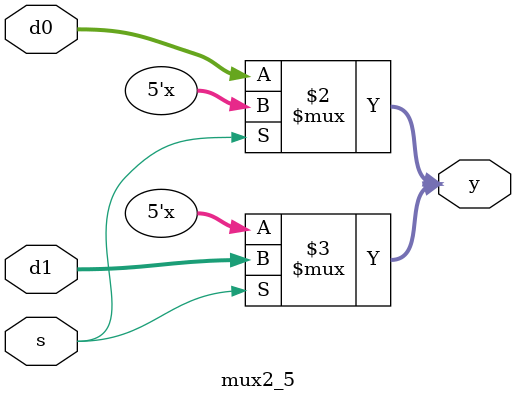
<source format=v>

module reg_file(input printWire,
                input [4:0] A1, A2, A3,
		input [31:0] WD3,
		input clk, WE3,
		output reg [31:0] RD1, RD2);

    reg [31:0] registers [31:0];

    initial registers[0] = 0;

    always @(*)
    begin
        RD1 <= A1 ? registers[A1] : 0;
	RD2 <= A2 ? registers[A2] : 0;
    end     

    always @(negedge clk)
    begin
        registers[A3] <= A3 ? (WE3 ? WD3 : registers[A3]) : 0;
    end     

    always @(posedge printWire) $display( "%d,%d,%d,%d,%d,%d", registers[0],registers[1],registers[2],registers[3],registers[4],registers[5]);
  //always @(*) $display( "%d,%d,%d,%d,%d,%d", registers[0],registers[1],registers[2],registers[3],registers[4],registers[5]);
  
endmodule 


//Helper module for sign extension
module sign_ext(input [15:0] A,
		output [31:0] Y);
	assign Y = { {16{A[15]}}, A[15:0]};
endmodule 



//Helper module for data memory
module dmem (input clk, we,
             input [31:0] a, wd,
             output [31:0] rd);

  reg [31:0] RAM[127:0];

  assign rd = RAM[a[7:2]]; // word aligned

  always@(posedge clk)
    if(we) RAM[a[31:2]] <= wd;

endmodule


//Helper module for instruction memory
module imem (input [5:0] a,
             output [31:0] rd);
 
  // The "a" is the address of instruction to fetch, what
  // for our purpose can be taken from ProgramCounter[7:2]
 
  reg [31:0] RAM[127:0];
 
  initial  $readmemh ("memfile.dat",RAM);
  
  assign rd = RAM[a]; // word aligned
 
endmodule

//3:1 Mulitplexer with data length of 32 bits
module mux3 (input [31:0] d0, d1, d2,
 input[1:0] s,
 output [31:0] y);
 
 wire [31:0] d_tmp;
 mux2 mux_tmp(d0,d1,s[0], d_tmp);
 mux2 mux_fin(d_tmp, d2, s[1], y);

endmodule

//2:1 Mulitplexer with data length of 32 bits
module mux2 (input [31:0] d0, d1,
 input s,
 output [31:0] y);

 assign y = ~s? d0 : 32'bz;
 assign y = s? d1 : 32'bz;
endmodule

//2:1 Mulitplexer with data length of 5 bits
module mux2_5 (input [4:0] d0, d1,
 input s,
 output [4:0] y);

 assign y = ~s? d0 : 5'bz;
 assign y = s? d1 : 5'bz;
endmodule



</source>
